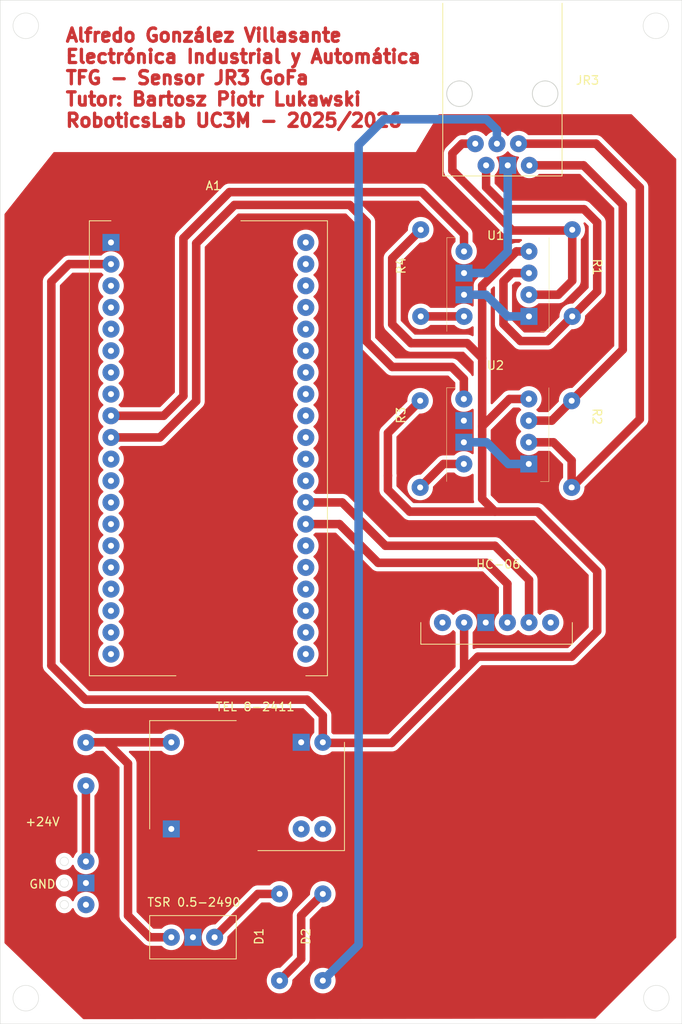
<source format=kicad_pcb>
(kicad_pcb (version 20241229) (generator "pcbnew") (generator_version "9.0")
  (layers (0 "F.Cu" signal) (2 "B.Cu" signal) (13 "F.Paste" user) (15 "B.Paste" user) (5 "F.SilkS" user "F.Silkscreen") (7 "B.SilkS" user "B.Silkscreen") (1 "F.Mask" user) (3 "B.Mask" user) (25 "Edge.Cuts" user))
  (net 0 "")
  (net 5 "unconnected-(A1-ADC_6-Pad28)")
  (net 11 "unconnected-(A1-ADC_5-Pad27)")
  (net 25 "unconnected-(A1-SD_DATA_1-Pad4)")
  (net 36 "GND")
  (net 37 "+5V")
  (net 38 "unconnected-(J1-Pad6)")
  (net 39 "unconnected-(J1-Pad1)")
  (net 40 "unconnected-(J1-Pad5)")
  (net 41 "unconnected-(J1-Pad2)")
  (net 42 "+8V")
  (net 43 "+24V")
  (net 44 "DATA")
  (net 45 "CLOCK")
  (net 46 "+9V")
  (net 47 "+8.4V")
  (net 48 "+7.8V")
  (footprint "" (layer "F.Cu") (at 152.8 85.22)
    (property "Reference" "" (at 0 0 0) (layer "F.SilkS") (effects (font (size 1.27 1.27))))
    (property "Value" "")
    (pad "33" thru_hole circle (at 0 0) (size 2 2) (drill 0.7) (layers "*.Cu" "*.Mask"))
  )
  (footprint "" (layer "F.Cu") (at 129.94 72.52)
    (property "Reference" "" (at 0 0 0) (layer "F.SilkS") (effects (font (size 1.27 1.27))))
    (property "Value" "")
    (pad "3" thru_hole circle (at 0 0) (size 2 2) (drill 0.7) (layers "*.Cu" "*.Mask"))
  )
  (footprint "" (layer "F.Cu") (at 152.8 90.3)
    (property "Reference" "" (at 0 0 0) (layer "F.SilkS") (effects (font (size 1.27 1.27))))
    (property "Value" "")
    (pad "31" thru_hole circle (at 0 0) (size 2 2) (drill 0.7) (layers "*.Cu" "*.Mask"))
  )
  (footprint "" (layer "F.Cu") (at 129.94 110.62)
    (property "Reference" "" (at 0 0 0) (layer "F.SilkS") (effects (font (size 1.27 1.27))))
    (property "Value" "")
    (pad "18" thru_hole circle (at 0 0) (size 2 2) (drill 0.7) (layers "*.Cu" "*.Mask"))
  )
  (footprint "" (layer "F.Cu") (at 129.94 103)
    (property "Reference" "" (at 0 0 0) (layer "F.SilkS") (effects (font (size 1.27 1.27))))
    (property "Value" "")
    (pad "15" thru_hole circle (at 0 0) (size 2 2) (drill 0.7) (layers "*.Cu" "*.Mask"))
  )
  (footprint "" (layer "F.Cu") (at 152.8 87.76)
    (property "Reference" "" (at 0 0 0) (layer "F.SilkS") (effects (font (size 1.27 1.27))))
    (property "Value" "")
    (pad "32" thru_hole circle (at 0 0) (size 2 2) (drill 0.7) (layers "*.Cu" "*.Mask"))
  )
  (footprint "" (layer "F.Cu") (at 181.54 112 90)
    (property "Reference" "" (at 0 0 90) (layer "F.SilkS") (effects (font (size 1.27 1.27))))
    (property "Value" "")
    (pad "6" thru_hole circle (at 0 0 90) (size 2 2) (drill 0.7) (layers "*.Cu" "*.Mask"))
  )
  (footprint "" (layer "F.Cu") (at 129.94 77.6)
    (property "Reference" "" (at 0 0 0) (layer "F.SilkS") (effects (font (size 1.27 1.27))))
    (property "Value" "")
    (pad "5" thru_hole circle (at 0 0) (size 2 2) (drill 0.7) (layers "*.Cu" "*.Mask"))
  )
  (footprint "" (layer "F.Cu") (at 178.97 90.87)
    (property "Reference" "" (at 0 0 0) (layer "F.SilkS") (effects (font (size 1.27 1.27))))
    (property "Value" "")
    (pad "6" thru_hole circle (at 0 0 90) (size 2 2) (drill 0.7) (layers "*.Cu" "*.Mask") (net 40 "unconnected-(J1-Pad5)"))
  )
  (footprint "" (layer "F.Cu") (at 171.35 90.87)
    (property "Reference" "" (at 0 0 0) (layer "F.SilkS") (effects (font (size 1.27 1.27))))
    (property "Value" "")
    (pad "3" thru_hole rect (at 0 0) (size 2 2) (drill 0.7) (layers "*.Cu" "*.Mask") (net 36 "GND"))
  )
  (footprint "" (layer "F.Cu") (at 152.8 97.92)
    (property "Reference" "" (at 0 0 0) (layer "F.SilkS") (effects (font (size 1.27 1.27))))
    (property "Value" "")
    (pad "28" thru_hole circle (at 0 0) (size 2 2) (drill 0.7) (layers "*.Cu" "*.Mask") (net 5 "unconnected-(A1-ADC_6-Pad28)"))
  )
  (footprint "" (layer "F.Cu") (at 171.38 112)
    (property "Reference" "" (at 0 0 0) (layer "F.SilkS") (effects (font (size 1.27 1.27))))
    (property "Value" "")
    (pad "2" thru_hole circle (at 0 0) (size 2 2) (drill 0.7) (layers "*.Cu" "*.Mask") (net 37 "+5V"))
  )
  (footprint "" (layer "F.Cu") (at 152.8 67.44)
    (property "Reference" "" (at 0 0 0) (layer "F.SilkS") (effects (font (size 1.27 1.27))))
    (property "Value" "")
    (pad "40" thru_hole circle (at 0 0) (size 2 2) (drill 0.7) (layers "*.Cu" "*.Mask"))
  )
  (footprint "" (layer "F.Cu") (at 178.97 93.41)
    (property "Reference" "" (at 0 0 0) (layer "F.SilkS") (effects (font (size 1.27 1.27))))
    (property "Value" "")
    (pad "5" thru_hole rect (at 0 0) (size 2 2) (drill 0.7) (layers "*.Cu" "*.Mask") (net 36 "GND"))
  )
  (footprint "" (layer "F.Cu") (at 129.94 87.76)
    (property "Reference" "" (at 0 0 0) (layer "F.SilkS") (effects (font (size 1.27 1.27))))
    (property "Value" "")
    (pad "9" thru_hole circle (at 0 0) (size 2 2) (drill 0.7) (layers "*.Cu" "*.Mask") (net 45 "CLOCK"))
  )
  (footprint "" (layer "F.Cu") (at 152.8 72.52)
    (property "Reference" "" (at 0 0 0) (layer "F.SilkS") (effects (font (size 1.27 1.27))))
    (property "Value" "")
    (pad "38" thru_hole circle (at 0 0) (size 2 2) (drill 0.7) (layers "*.Cu" "*.Mask"))
  )
  (footprint "" (layer "F.Cu") (at 176.46 112)
    (property "Reference" "" (at 0 0 0) (layer "F.SilkS") (effects (font (size 1.27 1.27))))
    (property "Value" "")
    (pad "4" thru_hole circle (at 0 0) (size 2 2) (drill 0.7) (layers "*.Cu" "*.Mask") (net 11 "unconnected-(A1-ADC_5-Pad27)"))
  )
  (footprint "" (layer "F.Cu") (at 173.96 58.4)
    (property "Reference" "" (at 0 0 0) (layer "F.SilkS") (effects (font (size 1.27 1.27))))
    (property "Value" "")
    (pad "2" thru_hole circle (at 0 0 90) (size 2 2) (drill 0.7) (layers "*.Cu" "*.Mask") (net 41 "unconnected-(J1-Pad2)"))
  )
  (footprint "" (layer "F.Cu") (at 152.8 100.46)
    (property "Reference" "" (at 0 0 0) (layer "F.SilkS") (effects (font (size 1.27 1.27))))
    (property "Value" "")
    (pad "27" thru_hole circle (at 0 0) (size 2 2) (drill 0.7) (layers "*.Cu" "*.Mask") (net 11 "unconnected-(A1-ADC_5-Pad27)"))
  )
  (footprint "" (layer "F.Cu") (at 178.99 73.57)
    (property "Reference" "" (at 0 0 0) (layer "F.SilkS") (effects (font (size 1.27 1.27))))
    (property "Value" "")
    (pad "6" thru_hole circle (at 0 0 90) (size 2 2) (drill 0.7) (layers "*.Cu" "*.Mask") (net 39 "unconnected-(J1-Pad1)"))
  )
  (footprint "" (layer "F.Cu") (at 129.94 113.16)
    (property "Reference" "" (at 0 0 0) (layer "F.SilkS") (effects (font (size 1.27 1.27))))
    (property "Value" "")
    (pad "19" thru_hole circle (at 0 0) (size 2 2) (drill 0.7) (layers "*.Cu" "*.Mask"))
  )
  (footprint "" (layer "F.Cu") (at 152.8 69.98)
    (property "Reference" "" (at 0 0 0) (layer "F.SilkS") (effects (font (size 1.27 1.27))))
    (property "Value" "")
    (pad "39" thru_hole circle (at 0 0) (size 2 2) (drill 0.7) (layers "*.Cu" "*.Mask") (net 37 "+5V"))
  )
  (footprint "" (layer "F.Cu") (at 152.26 126.04)
    (property "Reference" "" (at 0 0 0) (layer "F.SilkS") (effects (font (size 1.27 1.27))))
    (property "Value" "")
    (pad "10" thru_hole rect (at 0 0) (size 2 2) (drill 0.7) (layers "*.Cu" "*.Mask") (net 36 "GND"))
  )
  (footprint "" (layer "F.Cu") (at 177.77 55.86)
    (property "Reference" "" (at 0 0 0) (layer "F.SilkS") (effects (font (size 1.27 1.27))))
    (property "Value" "")
    (pad "5" thru_hole circle (at 0 0 90) (size 2 2) (drill 0.7) (layers "*.Cu" "*.Mask") (net 40 "unconnected-(J1-Pad5)"))
  )
  (footprint "" (layer "F.Cu") (at 178.97 88.33)
    (property "Reference" "" (at 0 0 0) (layer "F.SilkS") (effects (font (size 1.27 1.27))))
    (property "Value" "")
    (pad "7" thru_hole circle (at 0 0 90) (size 2 2) (drill 0.7) (layers "*.Cu" "*.Mask") (net 38 "unconnected-(J1-Pad6)"))
  )
  (footprint "" (layer "F.Cu") (at 129.94 90.3)
    (property "Reference" "" (at 0 0 0) (layer "F.SilkS") (effects (font (size 1.27 1.27))))
    (property "Value" "")
    (pad "10" thru_hole circle (at 0 0) (size 2 2) (drill 0.7) (layers "*.Cu" "*.Mask") (net 44 "DATA"))
  )
  (footprint "" (layer "F.Cu") (at 129.94 100.46)
    (property "Reference" "" (at 0 0 0) (layer "F.SilkS") (effects (font (size 1.27 1.27))))
    (property "Value" "")
    (pad "14" thru_hole circle (at 0 0) (size 2 2) (drill 0.7) (layers "*.Cu" "*.Mask"))
  )
  (footprint "" (layer "F.Cu") (at 178.97 85.79)
    (property "Reference" "" (at 0 0 0) (layer "F.SilkS") (effects (font (size 1.27 1.27))))
    (property "Value" "")
    (pad "8" thru_hole circle (at 0 0) (size 2 2) (drill 0.7) (layers "*.Cu" "*.Mask") (net 37 "+5V"))
  )
  (footprint "" (layer "F.Cu") (at 129.94 108.08)
    (property "Reference" "" (at 0 0 0) (layer "F.SilkS") (effects (font (size 1.27 1.27))))
    (property "Value" "")
    (pad "17" thru_hole circle (at 0 0) (size 2 2) (drill 0.7) (layers "*.Cu" "*.Mask"))
  )
  (footprint "" (layer "F.Cu") (at 173.92 112)
    (property "Reference" "" (at 0 0 0) (layer "F.SilkS") (effects (font (size 1.27 1.27))))
    (property "Value" "")
    (pad "3" thru_hole rect (at 0 0) (size 2 2) (drill 0.7) (layers "*.Cu" "*.Mask") (net 36 "GND"))
  )
  (footprint "" (layer "F.Cu") (at 184 96.16)
    (property "Reference" "" (at 0 0 0) (layer "F.SilkS") (effects (font (size 1.27 1.27))))
    (property "Value" "")
    (pad "2" thru_hole circle (at 0 0 90) (size 2 2) (drill 0.7) (layers "*.Cu" "*.Mask") (net 40 "unconnected-(J1-Pad5)"))
  )
  (footprint "" (layer "F.Cu") (at 142.1 148.9)
    (property "Reference" "" (at 0 0 0) (layer "F.SilkS") (effects (font (size 1.27 1.27))))
    (property "Value" "")
    (pad "3" thru_hole circle (at 0 0) (size 2 2) (drill 0.7) (layers "*.Cu" "*.Mask") (net 46 "+9V"))
  )
  (footprint "" (layer "F.Cu") (at 171.37 76.11)
    (property "Reference" "" (at 0 0 0) (layer "F.SilkS") (effects (font (size 1.27 1.27))))
    (property "Value" "")
    (pad "4" thru_hole circle (at 0 0) (size 2 2) (drill 0.7) (layers "*.Cu" "*.Mask") (net 25 "unconnected-(A1-SD_DATA_1-Pad4)"))
  )
  (footprint "" (layer "F.Cu") (at 129.94 115.7)
    (property "Reference" "" (at 0 0 0) (layer "F.SilkS") (effects (font (size 1.27 1.27))))
    (property "Value" "")
    (pad "20" thru_hole circle (at 0 0) (size 2 2) (drill 0.7) (layers "*.Cu" "*.Mask"))
  )
  (footprint "" (layer "F.Cu") (at 129.94 95.38)
    (property "Reference" "" (at 0 0 0) (layer "F.SilkS") (effects (font (size 1.27 1.27))))
    (property "Value" "")
    (pad "12" thru_hole circle (at 0 0) (size 2 2) (drill 0.7) (layers "*.Cu" "*.Mask"))
  )
  (footprint "" (layer "F.Cu") (at 152.8 92.84)
    (property "Reference" "" (at 0 0 0) (layer "F.SilkS") (effects (font (size 1.27 1.27))))
    (property "Value" "")
    (pad "30" thru_hole circle (at 0 0) (size 2 2) (drill 0.7) (layers "*.Cu" "*.Mask"))
  )
  (footprint "" (layer "F.Cu") (at 154.8 153.98)
    (property "Reference" "" (at 0 0 0) (layer "F.SilkS") (effects (font (size 1.27 1.27))))
    (property "Value" "")
    (pad "2" thru_hole circle (at 0 0) (size 2 2) (drill 0.7) (layers "*.Cu" "*.Mask") (net 48 "+7.8V"))
  )
  (footprint "" (layer "F.Cu") (at 152.8 80.14)
    (property "Reference" "" (at 0 0 0) (layer "F.SilkS") (effects (font (size 1.27 1.27))))
    (property "Value" "")
    (pad "35" thru_hole circle (at 0 0) (size 2 2) (drill 0.7) (layers "*.Cu" "*.Mask"))
  )
  (footprint "" (layer "F.Cu") (at 152.8 103)
    (property "Reference" "" (at 0 0 0) (layer "F.SilkS") (effects (font (size 1.27 1.27))))
    (property "Value" "")
    (pad "26" thru_hole circle (at 0 0) (size 2 2) (drill 0.7) (layers "*.Cu" "*.Mask"))
  )
  (footprint "" (layer "F.Cu") (at 152.8 105.54)
    (property "Reference" "" (at 0 0 0) (layer "F.SilkS") (effects (font (size 1.27 1.27))))
    (property "Value" "")
    (pad "25" thru_hole circle (at 0 0) (size 2 2) (drill 0.7) (layers "*.Cu" "*.Mask"))
  )
  (footprint "" (layer "F.Cu") (at 166.29 76.11)
    (property "Reference" "" (at 0 0 0) (layer "F.SilkS") (effects (font (size 1.27 1.27))))
    (property "Value" "")
    (pad "1" thru_hole circle (at 0 0) (size 2 2) (drill 0.7) (layers "*.Cu" "*.Mask") (net 25 "unconnected-(A1-SD_DATA_1-Pad4)"))
  )
  (footprint "" (layer "F.Cu") (at 129.94 92.84)
    (property "Reference" "" (at 0 0 0) (layer "F.SilkS") (effects (font (size 1.27 1.27))))
    (property "Value" "")
    (pad "11" thru_hole circle (at 0 0) (size 2 2) (drill 0.7) (layers "*.Cu" "*.Mask"))
  )
  (footprint "" (layer "F.Cu") (at 127 131.15)
    (property "Reference" "" (at 0 0 0) (layer "F.SilkS") (effects (font (size 1.27 1.27))))
    (property "Value" "")
    (pad "2" thru_hole circle (at 0 0) (size 2 2) (drill 0.7) (layers "*.Cu" "*.Mask") (net 43 "+24V"))
  )
  (footprint "" (layer "F.Cu") (at 178.99 71.03)
    (property "Reference" "" (at 0 0 0) (layer "F.SilkS") (effects (font (size 1.27 1.27))))
    (property "Value" "")
    (pad "7" thru_hole circle (at 0 0 90) (size 2 2) (drill 0.7) (layers "*.Cu" "*.Mask") (net 41 "unconnected-(J1-Pad2)"))
  )
  (footprint "" (layer "F.Cu") (at 171.35 85.79)
    (property "Reference" "" (at 0 0 0) (layer "F.SilkS") (effects (font (size 1.27 1.27))))
    (property "Value" "")
    (pad "1" thru_hole circle (at 0 0) (size 2 2) (drill 0.7) (layers "*.Cu" "*.Mask") (net 44 "DATA"))
  )
  (footprint "" (layer "F.Cu") (at 176.5 58.4)
    (property "Reference" "" (at 0 0 0) (layer "F.SilkS") (effects (font (size 1.27 1.27))))
    (property "Value" "")
    (pad "4" thru_hole rect (at 0 0 90) (size 2 2) (drill 0.7) (layers "*.Cu" "*.Mask") (net 36 "GND"))
  )
  (footprint "" (layer "F.Cu") (at 171.37 71.03)
    (property "Reference" "" (at 0 0 0) (layer "F.SilkS") (effects (font (size 1.27 1.27))))
    (property "Value" "")
    (pad "2" thru_hole rect (at 0 0) (size 2 2) (drill 0.7) (layers "*.Cu" "*.Mask") (net 36 "GND"))
  )
  (footprint "" (layer "F.Cu") (at 129.94 69.98)
    (property "Reference" "" (at 0 0 0) (layer "F.SilkS") (effects (font (size 1.27 1.27))))
    (property "Value" "")
    (pad "2" thru_hole circle (at 0 0) (size 2 2) (drill 0.7) (layers "*.Cu" "*.Mask") (net 37 "+5V"))
  )
  (footprint "" (layer "F.Cu") (at 152.8 95.38)
    (property "Reference" "" (at 0 0 0) (layer "F.SilkS") (effects (font (size 1.27 1.27))))
    (property "Value" "")
    (pad "29" thru_hole circle (at 0 0) (size 2 2) (drill 0.7) (layers "*.Cu" "*.Mask"))
  )
  (footprint "" (layer "F.Cu") (at 129.94 80.14)
    (property "Reference" "" (at 0 0 0) (layer "F.SilkS") (effects (font (size 1.27 1.27))))
    (property "Value" "")
    (pad "6" thru_hole circle (at 0 0) (size 2 2) (drill 0.7) (layers "*.Cu" "*.Mask"))
  )
  (footprint "" (layer "F.Cu") (at 184 86)
    (property "Reference" "" (at 0 0 0) (layer "F.SilkS") (effects (font (size 1.27 1.27))))
    (property "Value" "")
    (pad "1" thru_hole circle (at 0 0 270) (size 2 2) (drill 0.7) (layers "*.Cu" "*.Mask") (net 38 "unconnected-(J1-Pad6)"))
  )
  (footprint "" (layer "F.Cu") (at 137.02 148.9)
    (property "Reference" "" (at 0 0 0) (layer "F.SilkS") (effects (font (size 1.27 1.27))))
    (property "Value" "")
    (pad "1" thru_hole circle (at 0 0) (size 2 2) (drill 0.7) (layers "*.Cu" "*.Mask") (net 43 "+24V"))
  )
  (footprint "" (layer "F.Cu") (at 149.72 153.98)
    (property "Reference" "" (at 0 0 0) (layer "F.SilkS") (effects (font (size 1.27 1.27))))
    (property "Value" "")
    (pad "2" thru_hole circle (at 0 0) (size 2 2) (drill 0.7) (layers "*.Cu" "*.Mask") (net 47 "+8.4V"))
  )
  (footprint "" (layer "F.Cu") (at 127 142.54)
    (property "Reference" "" (at 0 0 0) (layer "F.SilkS") (effects (font (size 1.27 1.27))))
    (property "Value" "")
    (pad "2" thru_hole rect (at 0 0) (size 2 2) (drill 0.7) (layers "*.Cu" "*.Mask") (net 36 "GND"))
  )
  (footprint "" (layer "F.Cu") (at 166.29 65.95)
    (property "Reference" "" (at 0 0 0) (layer "F.SilkS") (effects (font (size 1.27 1.27))))
    (property "Value" "")
    (pad "2" thru_hole circle (at 0 0) (size 2 2) (drill 0.7) (layers "*.Cu" "*.Mask") (net 37 "+5V"))
  )
  (footprint "" (layer "F.Cu") (at 152.8 77.6)
    (property "Reference" "" (at 0 0 0) (layer "F.SilkS") (effects (font (size 1.27 1.27))))
    (property "Value" "")
    (pad "36" thru_hole circle (at 0 0) (size 2 2) (drill 0.7) (layers "*.Cu" "*.Mask"))
  )
  (footprint "" (layer "F.Cu") (at 152.8 82.68)
    (property "Reference" "" (at 0 0 0) (layer "F.SilkS") (effects (font (size 1.27 1.27))))
    (property "Value" "")
    (pad "34" thru_hole circle (at 0 0) (size 2 2) (drill 0.7) (layers "*.Cu" "*.Mask"))
  )
  (footprint "" (layer "F.Cu") (at 152.8 75.06)
    (property "Reference" "" (at 0 0 0) (layer "F.SilkS") (effects (font (size 1.27 1.27))))
    (property "Value" "")
    (pad "37" thru_hole circle (at 0 0) (size 2 2) (drill 0.7) (layers "*.Cu" "*.Mask"))
  )
  (footprint "" (layer "F.Cu") (at 175.23 55.86)
    (property "Reference" "" (at 0 0 0) (layer "F.SilkS") (effects (font (size 1.27 1.27))))
    (property "Value" "")
    (pad "3" thru_hole circle (at 0 0 90) (size 2 2) (drill 0.7) (layers "*.Cu" "*.Mask") (net 48 "+7.8V"))
  )
  (footprint "" (layer "F.Cu") (at 171.37 73.57)
    (property "Reference" "" (at 0 0 0) (layer "F.SilkS") (effects (font (size 1.27 1.27))))
    (property "Value" "")
    (pad "3" thru_hole rect (at 0 0) (size 2 2) (drill 0.7) (layers "*.Cu" "*.Mask") (net 36 "GND"))
  )
  (footprint "" (layer "F.Cu") (at 129.94 67.44)
    (property "Reference" "" (at 0 0 0) (layer "F.SilkS") (effects (font (size 1.27 1.27))))
    (property "Value" "")
    (pad "1" thru_hole rect (at 0 0) (size 2 2) (drill 0.7) (layers "*.Cu" "*.Mask") (net 36 "GND"))
  )
  (footprint "" (layer "F.Cu") (at 184.07 76.11)
    (property "Reference" "" (at 0 0 0) (layer "F.SilkS") (effects (font (size 1.27 1.27))))
    (property "Value" "")
    (pad "2" thru_hole circle (at 0 0 90) (size 2 2) (drill 0.7) (layers "*.Cu" "*.Mask") (net 41 "unconnected-(J1-Pad2)"))
  )
  (footprint "" (layer "F.Cu") (at 179.04 58.4)
    (property "Reference" "" (at 0 0 0) (layer "F.SilkS") (effects (font (size 1.27 1.27))))
    (property "Value" "")
    (pad "6" thru_hole circle (at 0 0 90) (size 2 2) (drill 0.7) (layers "*.Cu" "*.Mask") (net 38 "unconnected-(J1-Pad6)"))
  )
  (footprint "" (layer "F.Cu") (at 171.35 88.33)
    (property "Reference" "" (at 0 0 0) (layer "F.SilkS") (effects (font (size 1.27 1.27))))
    (property "Value" "")
    (pad "2" thru_hole rect (at 0 0) (size 2 2) (drill 0.7) (layers "*.Cu" "*.Mask") (net 36 "GND"))
  )
  (footprint "" (layer "F.Cu") (at 168.84 112)
    (property "Reference" "" (at 0 0 0) (layer "F.SilkS") (effects (font (size 1.27 1.27))))
    (property "Value" "")
    (pad "1" thru_hole circle (at 0 0) (size 2 2) (drill 0.7) (layers "*.Cu" "*.Mask"))
  )
  (footprint "" (layer "F.Cu") (at 152.8 115.7)
    (property "Reference" "" (at 0 0 0) (layer "F.SilkS") (effects (font (size 1.27 1.27))))
    (property "Value" "")
    (pad "21" thru_hole circle (at 0 0) (size 2 2) (drill 0.7) (layers "*.Cu" "*.Mask") (net 42 "+8V"))
  )
  (footprint "" (layer "F.Cu") (at 152.8 113.16)
    (property "Reference" "" (at 0 0 0) (layer "F.SilkS") (effects (font (size 1.27 1.27))))
    (property "Value" "")
    (pad "22" thru_hole circle (at 0 0) (size 2 2) (drill 0.7) (layers "*.Cu" "*.Mask"))
  )
  (footprint "" (layer "F.Cu") (at 179 112)
    (property "Reference" "" (at 0 0 0) (layer "F.SilkS") (effects (font (size 1.27 1.27))))
    (property "Value" "")
    (pad "5" thru_hole circle (at 0 0) (size 2 2) (drill 0.7) (layers "*.Cu" "*.Mask") (net 5 "unconnected-(A1-ADC_6-Pad28)"))
  )
  (footprint "" (layer "F.Cu") (at 137.02 136.2)
    (property "Reference" "" (at 0 0 0) (layer "F.SilkS") (effects (font (size 1.27 1.27))))
    (property "Value" "")
    (pad "1" thru_hole rect (at 0 0) (size 2 2) (drill 0.7) (layers "*.Cu" "*.Mask") (net 36 "GND"))
  )
  (footprint "" (layer "F.Cu") (at 171.35 93.41)
    (property "Reference" "" (at 0 0 0) (layer "F.SilkS") (effects (font (size 1.27 1.27))))
    (property "Value" "")
    (pad "4" thru_hole circle (at 0 0) (size 2 2) (drill 0.7) (layers "*.Cu" "*.Mask") (net 25 "unconnected-(A1-SD_DATA_1-Pad4)"))
  )
  (footprint "" (layer "F.Cu") (at 129.94 82.68)
    (property "Reference" "" (at 0 0 0) (layer "F.SilkS") (effects (font (size 1.27 1.27))))
    (property "Value" "")
    (pad "7" thru_hole circle (at 0 0) (size 2 2) (drill 0.7) (layers "*.Cu" "*.Mask"))
  )
  (footprint "" (layer "F.Cu") (at 127 145.08)
    (property "Reference" "" (at 0 0 0) (layer "F.SilkS") (effects (font (size 1.27 1.27))))
    (property "Value" "")
    (pad "3" thru_hole circle (at 0 0) (size 2 2) (drill 0.7) (layers "*.Cu" "*.Mask"))
  )
  (footprint "" (layer "F.Cu") (at 129.94 85.22)
    (property "Reference" "" (at 0 0 0) (layer "F.SilkS") (effects (font (size 1.27 1.27))))
    (property "Value" "")
    (pad "8" thru_hole circle (at 0 0) (size 2 2) (drill 0.7) (layers "*.Cu" "*.Mask"))
  )
  (footprint "" (layer "F.Cu") (at 154.8 126.04)
    (property "Reference" "" (at 0 0 0) (layer "F.SilkS") (effects (font (size 1.27 1.27))))
    (property "Value" "")
    (pad "9" thru_hole circle (at 0 0) (size 2 2) (drill 0.7) (layers "*.Cu" "*.Mask") (net 37 "+5V"))
  )
  (footprint "" (layer "F.Cu") (at 154.8 143.82)
    (property "Reference" "" (at 0 0 0) (layer "F.SilkS") (effects (font (size 1.27 1.27))))
    (property "Value" "")
    (pad "1" thru_hole circle (at 0 0) (size 2 2) (drill 0.7) (layers "*.Cu" "*.Mask") (net 47 "+8.4V"))
  )
  (footprint "" (layer "F.Cu") (at 171.37 68.49)
    (property "Reference" "" (at 0 0 0) (layer "F.SilkS") (effects (font (size 1.27 1.27))))
    (property "Value" "")
    (pad "1" thru_hole circle (at 0 0) (size 2 2) (drill 0.7) (layers "*.Cu" "*.Mask") (net 45 "CLOCK"))
  )
  (footprint "" (layer "F.Cu") (at 166.22 96.16)
    (property "Reference" "" (at 0 0 0) (layer "F.SilkS") (effects (font (size 1.27 1.27))))
    (property "Value" "")
    (pad "1" thru_hole circle (at 0 0) (size 2 2) (drill 0.7) (layers "*.Cu" "*.Mask") (net 25 "unconnected-(A1-SD_DATA_1-Pad4)"))
  )
  (footprint "" (layer "F.Cu") (at 127 126.07)
    (property "Reference" "" (at 0 0 0) (layer "F.SilkS") (effects (font (size 1.27 1.27))))
    (property "Value" "")
    (pad "1" thru_hole circle (at 0 0) (size 2 2) (drill 0.7) (layers "*.Cu" "*.Mask") (net 43 "+24V"))
  )
  (footprint "" (layer "F.Cu") (at 137.02 126.04)
    (property "Reference" "" (at 0 0 0) (layer "F.SilkS") (effects (font (size 1.27 1.27))))
    (property "Value" "")
    (pad "16" thru_hole circle (at 0 0) (size 2 2) (drill 0.7) (layers "*.Cu" "*.Mask") (net 43 "+24V"))
  )
  (footprint "" (layer "F.Cu") (at 178.99 76.11)
    (property "Reference" "" (at 0 0 0) (layer "F.SilkS") (effects (font (size 1.27 1.27))))
    (property "Value" "")
    (pad "5" thru_hole rect (at 0 0) (size 2 2) (drill 0.7) (layers "*.Cu" "*.Mask") (net 36 "GND"))
  )
  (footprint "" (layer "F.Cu") (at 139.56 148.9)
    (property "Reference" "" (at 0 0 0) (layer "F.SilkS") (effects (font (size 1.27 1.27))))
    (property "Value" "")
    (pad "2" thru_hole rect (at 0 0) (size 2 2) (drill 0.7) (layers "*.Cu" "*.Mask") (net 36 "GND"))
  )
  (footprint "" (layer "F.Cu") (at 172.69 55.86)
    (property "Reference" "" (at 0 0 0) (layer "F.SilkS") (effects (font (size 1.27 1.27))))
    (property "Value" "")
    (pad "1" thru_hole circle (at 0 0 90) (size 2 2) (drill 0.7) (layers "*.Cu" "*.Mask") (net 39 "unconnected-(J1-Pad1)"))
  )
  (footprint "" (layer "F.Cu") (at 127 140)
    (property "Reference" "" (at 0 0 0) (layer "F.SilkS") (effects (font (size 1.27 1.27))))
    (property "Value" "")
    (pad "1" thru_hole circle (at 0 0) (size 2 2) (drill 0.7) (layers "*.Cu" "*.Mask") (net 43 "+24V"))
  )
  (footprint "" (layer "F.Cu") (at 129.94 97.92)
    (property "Reference" "" (at 0 0 0) (layer "F.SilkS") (effects (font (size 1.27 1.27))))
    (property "Value" "")
    (pad "13" thru_hole circle (at 0 0) (size 2 2) (drill 0.7) (layers "*.Cu" "*.Mask"))
  )
  (footprint "" (layer "F.Cu") (at 152.26 136.2)
    (property "Reference" "" (at 0 0 0) (layer "F.SilkS") (effects (font (size 1.27 1.27))))
    (property "Value" "")
    (pad "7" thru_hole circle (at 0 0) (size 2 2) (drill 0.7) (layers "*.Cu" "*.Mask"))
  )
  (footprint "" (layer "F.Cu") (at 149.72 143.82)
    (property "Reference" "" (at 0 0 0) (layer "F.SilkS") (effects (font (size 1.27 1.27))))
    (property "Value" "")
    (pad "1" thru_hole circle (at 0 0) (size 2 2) (drill 0.7) (layers "*.Cu" "*.Mask") (net 46 "+9V"))
  )
  (footprint "" (layer "F.Cu") (at 184.07 65.95)
    (property "Reference" "" (at 0 0 0) (layer "F.SilkS") (effects (font (size 1.27 1.27))))
    (property "Value" "")
    (pad "1" thru_hole circle (at 0 0 90) (size 2 2) (drill 0.7) (layers "*.Cu" "*.Mask") (net 39 "unconnected-(J1-Pad1)"))
  )
  (footprint "" (layer "F.Cu") (at 152.8 110.62)
    (property "Reference" "" (at 0 0 0) (layer "F.SilkS") (effects (font (size 1.27 1.27))))
    (property "Value" "")
    (pad "23" thru_hole circle (at 0 0) (size 2 2) (drill 0.7) (layers "*.Cu" "*.Mask"))
  )
  (footprint "" (layer "F.Cu") (at 178.99 68.49)
    (property "Reference" "" (at 0 0 0) (layer "F.SilkS") (effects (font (size 1.27 1.27))))
    (property "Value" "")
    (pad "8" thru_hole circle (at 0 0) (size 2 2) (drill 0.7) (layers "*.Cu" "*.Mask") (net 37 "+5V"))
  )
  (footprint "" (layer "F.Cu") (at 166.22 86)
    (property "Reference" "" (at 0 0 0) (layer "F.SilkS") (effects (font (size 1.27 1.27))))
    (property "Value" "")
    (pad "2" thru_hole circle (at 0 0) (size 2 2) (drill 0.7) (layers "*.Cu" "*.Mask") (net 37 "+5V"))
  )
  (footprint "" (layer "F.Cu") (at 152.8 108.08)
    (property "Reference" "" (at 0 0 0) (layer "F.SilkS") (effects (font (size 1.27 1.27))))
    (property "Value" "")
    (pad "24" thru_hole circle (at 0 0) (size 2 2) (drill 0.7) (layers "*.Cu" "*.Mask"))
  )
  (footprint "" (layer "F.Cu") (at 154.8 136.2)
    (property "Reference" "" (at 0 0 0) (layer "F.SilkS") (effects (font (size 1.27 1.27))))
    (property "Value" "")
    (pad "8" thru_hole circle (at 0 0) (size 2 2) (drill 0.7) (layers "*.Cu" "*.Mask"))
  )
  (footprint "" (layer "F.Cu") (at 129.94 105.54)
    (property "Reference" "" (at 0 0 0) (layer "F.SilkS") (effects (font (size 1.27 1.27))))
    (property "Value" "")
    (pad "16" thru_hole circle (at 0 0) (size 2 2) (drill 0.7) (layers "*.Cu" "*.Mask"))
  )
  (footprint "" (layer "F.Cu") (at 129.94 75.06)
    (property "Reference" "" (at 0 0 0) (layer "F.SilkS") (effects (font (size 1.27 1.27))))
    (property "Value" "")
    (pad "4" thru_hole circle (at 0 0) (size 2 2) (drill 0.7) (layers "*.Cu" "*.Mask") (net 25 "unconnected-(A1-SD_DATA_1-Pad4)"))
  )
  (gr_line (start 155.34 64.9) (end 155.34 118.24) (stroke (width 0.1)) (layer "F.SilkS"))
  (gr_line (start 181.33 84.47) (end 181.33 95.47) (stroke (width 0.05)) (layer "F.SilkS"))
  (gr_line (start 134.48 146.36) (end 134.48 151.44) (stroke (width 0.1)) (layer "F.SilkS"))
  (gr_line (start 144.64 123.5) (end 134.48 123.5) (stroke (width 0.1)) (layer "F.SilkS"))
  (gr_line (start 127.4 118.24) (end 127.4 64.9) (stroke (width 0.1)) (layer "F.SilkS"))
  (gr_line (start 144.64 151.44) (end 144.64 146.36) (stroke (width 0.1)) (layer "F.SilkS"))
  (gr_line (start 157.34 138.74) (end 157.34 126.04) (stroke (width 0.1)) (layer "F.SilkS"))
  (gr_line (start 147.18 138.74) (end 157.34 138.74) (stroke (width 0.1)) (layer "F.SilkS"))
  (gr_line (start 169.33 84.47) (end 169.33 95.47) (stroke (width 0.05)) (layer "F.SilkS"))
  (gr_line (start 168.875 47.645) (end 168.875 39.395) (stroke (width 0.1)) (layer "F.SilkS"))
  (gr_line (start 155.34 118.24) (end 152.8 118.24) (stroke (width 0.1)) (layer "F.SilkS"))
  (gr_line (start 168.875 48.645) (end 168.875 47.645) (stroke (width 0.1)) (layer "F.SilkS"))
  (gr_line (start 170.35 66.87) (end 169.35 66.87) (stroke (width 0.05)) (layer "F.SilkS"))
  (gr_line (start 137.56 118.24) (end 127.4 118.24) (stroke (width 0.1)) (layer "F.SilkS"))
  (gr_line (start 166.3 112) (end 166.3 114.54) (stroke (width 0.1)) (layer "F.SilkS"))
  (gr_line (start 169.35 66.87) (end 169.35 77.87) (stroke (width 0.05)) (layer "F.SilkS"))
  (gr_line (start 181.33 95.47) (end 180.33 95.47) (stroke (width 0.05)) (layer "F.SilkS"))
  (gr_line (start 181.35 66.87) (end 181.35 77.87) (stroke (width 0.05)) (layer "F.SilkS"))
  (gr_line (start 182.875 59.645) (end 182.875 49.145) (stroke (width 0.1)) (layer "F.SilkS"))
  (gr_line (start 181.35 77.87) (end 180.35 77.87) (stroke (width 0.05)) (layer "F.SilkS"))
  (gr_line (start 182.875 49.145) (end 182.875 47.645) (stroke (width 0.1)) (layer "F.SilkS"))
  (gr_line (start 166.3 114.54) (end 184.08 114.54) (stroke (width 0.1)) (layer "F.SilkS"))
  (gr_line (start 134.48 123.5) (end 134.48 136.2) (stroke (width 0.1)) (layer "F.SilkS"))
  (gr_line (start 168.875 59.645) (end 182.875 59.645) (stroke (width 0.1)) (layer "F.SilkS"))
  (gr_line (start 182.875 47.645) (end 182.875 39.395) (stroke (width 0.1)) (layer "F.SilkS"))
  (gr_line (start 144.64 146.36) (end 134.48 146.36) (stroke (width 0.1)) (layer "F.SilkS"))
  (gr_line (start 170.33 84.47) (end 169.33 84.47) (stroke (width 0.05)) (layer "F.SilkS"))
  (gr_line (start 145.18 64.9) (end 155.34 64.9) (stroke (width 0.1)) (layer "F.SilkS"))
  (gr_line (start 134.48 151.44) (end 144.64 151.44) (stroke (width 0.1)) (layer "F.SilkS"))
  (gr_line (start 184.08 114.54) (end 184.08 112) (stroke (width 0.1)) (layer "F.SilkS"))
  (gr_line (start 168.875 59.645) (end 168.875 48.645) (stroke (width 0.1)) (layer "F.SilkS"))
  (gr_line (start 127.4 64.9) (end 129.94 64.9) (stroke (width 0.1)) (layer "F.SilkS"))
  (gr_circle (center 180.89 50) (end 182.39 50) (stroke (width 0.1)) (fill no) (layer "Edge.Cuts"))
  (gr_line (start 196.94 39.04) (end 196.94 159.04) (stroke (width 0.05)) (layer "Edge.Cuts"))
  (gr_circle (center 119.94 156.04) (end 121.44 156.04) (stroke (width 0.05)) (fill no) (layer "Edge.Cuts"))
  (gr_circle (center 124.46 142.54) (end 124.96 142.54) (stroke (width 0.05)) (fill no) (layer "Edge.Cuts"))
  (gr_circle (center 124.46 145.08) (end 124.96 145.08) (stroke (width 0.05)) (fill no) (layer "Edge.Cuts"))
  (gr_line (start 196.94 159.04) (end 116.94 159.04) (stroke (width 0.05)) (layer "Edge.Cuts"))
  (gr_line (start 116.94 159.04) (end 116.94 39.04) (stroke (width 0.05)) (layer "Edge.Cuts"))
  (gr_line (start 116.94 39.04) (end 196.94 39.04) (stroke (width 0.05)) (layer "Edge.Cuts"))
  (gr_circle (center 193.94 156.04) (end 195.44 156.04) (stroke (width 0.05)) (fill no) (layer "Edge.Cuts"))
  (gr_circle (center 124.46 140) (end 124.96 140) (stroke (width 0.05)) (fill no) (layer "Edge.Cuts"))
  (gr_circle (center 193.888487 42.04) (end 195.388487 42.04) (stroke (width 0.05)) (fill no) (layer "Edge.Cuts"))
  (gr_circle (center 170.84 50) (end 172.34 50) (stroke (width 0.1)) (fill no) (layer "Edge.Cuts"))
  (gr_circle (center 119.94 42.04) (end 121.44 42.04) (stroke (width 0.05)) (fill no) (layer "Edge.Cuts"))
  (gr_text "Alfredo González Villasante\nElectrónica Industrial y Automática\nTFG - Sensor JR3 GoFa\nTutor: Bartosz Piotr Lukawski\nRoboticsLab UC3M - 2025/2026\n" (at 124.44 54.04 0) (layer "F.Cu") (effects (font (size 1.55 1.55) (thickness 0.3875) (bold yes)) (justify left bottom)))
  (gr_text "TSR 0.5-2490" (at 134.12 145.38 0) (layer "F.SilkS") (effects (font (size 1 1)) (justify left bottom)))
  (gr_text "D2\n" (at 153.4 149.88 90) (layer "F.SilkS") (effects (font (size 1 1)) (justify left bottom)))
  (gr_text "GND\n" (at 120.27 143.26 0) (layer "F.SilkS") (effects (font (size 1 1)) (justify left bottom)))
  (gr_text "U2\n" (at 173.96 82.44 0) (layer "F.SilkS") (effects (font (size 1 1)) (justify left bottom)))
  (gr_text "U1\n" (at 173.98 67.21 0) (layer "F.SilkS") (effects (font (size 1 1)) (justify left bottom)))
  (gr_text "R4\n\n" (at 166.19 71.25 90) (layer "F.SilkS") (effects (font (size 1 1)) (justify left bottom)))
  (gr_text "R3\n\n" (at 166.17 88.77 90) (layer "F.SilkS") (effects (font (size 1 1)) (justify left bottom)))
  (gr_text "R1\n\n\n" (at 183.19 69.25 270) (layer "F.SilkS") (effects (font (size 1 1)) (justify left bottom)))
  (gr_text "JR3\n" (at 184.41 49.02 0) (layer "F.SilkS") (effects (font (size 1 1)) (justify left bottom)))
  (gr_text "R2\n\n\n" (at 183.17 86.77 270) (layer "F.SilkS") (effects (font (size 1 1)) (justify left bottom)))
  (gr_text "TEL 8-2411" (at 142.15 122.47 0) (layer "F.SilkS") (effects (font (size 1 1)) (justify left bottom)))
  (gr_text "A1\n" (at 140.96 61.38 0) (layer "F.SilkS") (effects (font (size 1 1)) (justify left bottom)))
  (gr_text "HC-06\n\n" (at 172.7 107.37 0) (layer "F.SilkS") (effects (font (size 1 1)) (justify left bottom)))
  (gr_text "D1\n" (at 147.9 149.88 90) (layer "F.SilkS") (effects (font (size 1 1)) (justify left bottom)))
  (gr_text "+24V" (at 119.81 135.95 0) (layer "F.SilkS") (effects (font (size 1 1)) (justify left bottom)))
  (segment (start 179 112) (end 179 107) (width 1) (layer "F.Cu") (net 5))
  (segment (start 162.15 103) (end 157.07 97.92) (width 1) (layer "F.Cu") (net 5))
  (segment (start 179 107) (end 175 103) (width 1) (layer "F.Cu") (net 5))
  (segment (start 175 103) (end 162.15 103) (width 1) (layer "F.Cu") (net 5))
  (segment (start 157.07 97.92) (end 152.8 97.92) (width 1) (layer "F.Cu") (net 5))
  (segment (start 156.7475 100.46) (end 161.2875 105) (width 1) (layer "F.Cu") (net 11))
  (segment (start 174 105) (end 176.46 107.46) (width 1) (layer "F.Cu") (net 11))
  (segment (start 161.2875 105) (end 174 105) (width 1) (layer "F.Cu") (net 11))
  (segment (start 152.8 100.46) (end 156.7475 100.46) (width 1) (layer "F.Cu") (net 11))
  (segment (start 176.46 107.46) (end 176.46 112) (width 1) (layer "F.Cu") (net 11))
  (segment (start 171.35 93.41) (end 168.97 93.41) (width 1) (layer "F.Cu") (net 25))
  (segment (start 171.37 76.11) (end 166.29 76.11) (width 1) (layer "F.Cu") (net 25))
  (segment (start 166.22 96.16) (end 168.97 93.41) (width 1) (layer "F.Cu") (net 25))
  (segment (start 178.97 93.41) (end 176.57 93.41) (width 1) (layer "B.Cu") (net 36))
  (segment (start 176.5 68.5) (end 176.5 58.4) (width 1) (layer "B.Cu") (net 36))
  (segment (start 173.945 73.57) (end 176.485 76.11) (width 1) (layer "B.Cu") (net 36))
  (segment (start 174.03 90.87) (end 171.35 90.87) (width 1) (layer "B.Cu") (net 36))
  (segment (start 176.57 93.41) (end 174.03 90.87) (width 1) (layer "B.Cu") (net 36))
  (segment (start 171.37 73.57) (end 173.945 73.57) (width 1) (layer "B.Cu") (net 36))
  (segment (start 173.97 71.03) (end 176.5 68.5) (width 1) (layer "B.Cu") (net 36))
  (segment (start 176.485 76.11) (end 178.99 76.11) (width 1) (layer "B.Cu") (net 36))
  (segment (start 171.37 71.03) (end 173.97 71.03) (width 1) (layer "B.Cu") (net 36))
  (segment (start 171.38 117.62) (end 173 116) (width 1) (layer "F.Cu") (net 37))
  (segment (start 154.87 126.11) (end 162.89 126.11) (width 1) (layer "F.Cu") (net 37))
  (segment (start 175 99) (end 165 99) (width 1) (layer "F.Cu") (net 37))
  (segment (start 165.15 79.25) (end 171.75 79.25) (width 1) (layer "F.Cu") (net 37))
  (segment (start 176.71 85.79) (end 173.5 89) (width 1) (layer "F.Cu") (net 37))
  (segment (start 171.75 79.25) (end 173.5 81) (width 1) (layer "F.Cu") (net 37))
  (segment (start 152.94 121.04) (end 126.94 121.04) (width 1) (layer "F.Cu") (net 37))
  (segment (start 173.5 81) (end 173.5 72.5) (width 1) (layer "F.Cu") (net 37))
  (segment (start 165 99) (end 162.44 96.44) (width 1) (layer "F.Cu") (net 37))
  (segment (start 173.5 97.5) (end 175 99) (width 1) (layer "F.Cu") (net 37))
  (segment (start 154.8 122.9) (end 152.94 121.04) (width 1) (layer "F.Cu") (net 37))
  (segment (start 173.5 89) (end 173.5 81) (width 1) (layer "F.Cu") (net 37))
  (segment (start 187 113) (end 187 106) (width 1) (layer "F.Cu") (net 37))
  (segment (start 165.15 79.25) (end 162.94 77.04) (width 1) (layer "F.Cu") (net 37))
  (segment (start 178.97 85.79) (end 176.71 85.79) (width 1) (layer "F.Cu") (net 37))
  (segment (start 154.8 126.04) (end 154.8 122.9) (width 1) (layer "F.Cu") (net 37))
  (segment (start 162.46 94.77) (end 162.44 94.79) (width 1) (layer "F.Cu") (net 37))
  (segment (start 180 99) (end 175 99) (width 1) (layer "F.Cu") (net 37))
  (segment (start 162.89 126.11) (end 171.38 117.62) (width 1) (layer "F.Cu") (net 37))
  (segment (start 173.5 90) (end 173.5 89) (width 1) (layer "F.Cu") (net 37))
  (segment (start 177.51 68.49) (end 178.99 68.49) (width 1) (layer "F.Cu") (net 37))
  (segment (start 171.38 117.62) (end 171.38 112) (width 1) (layer "F.Cu") (net 37))
  (segment (start 173.5 72.5) (end 177.51 68.49) (width 1) (layer "F.Cu") (net 37))
  (segment (start 125 69.98) (end 129.94 69.98) (width 1) (layer "F.Cu") (net 37))
  (segment (start 187 106) (end 180 99) (width 1) (layer "F.Cu") (net 37))
  (segment (start 122.94 117.04) (end 122.94 72.04) (width 1) (layer "F.Cu") (net 37))
  (segment (start 154.8 126.04) (end 154.87 126.11) (width 1) (layer "F.Cu") (net 37))
  (segment (start 184 116) (end 187 113) (width 1) (layer "F.Cu") (net 37))
  (segment (start 173.5 90) (end 173.5 97.5) (width 1) (layer "F.Cu") (net 37))
  (segment (start 173 116) (end 184 116) (width 1) (layer "F.Cu") (net 37))
  (segment (start 162.94 69.3) (end 166.29 65.95) (width 1) (layer "F.Cu") (net 37))
  (segment (start 122.94 72.04) (end 125 69.98) (width 1) (layer "F.Cu") (net 37))
  (segment (start 162.44 96.44) (end 162.44 94.79) (width 1) (layer "F.Cu") (net 37))
  (segment (start 166.22 86) (end 162.44 89.78) (width 1) (layer "F.Cu") (net 37))
  (segment (start 162.94 77.04) (end 162.94 69.3) (width 1) (layer "F.Cu") (net 37))
  (segment (start 162.44 94.79) (end 162.44 89.78) (width 1) (layer "F.Cu") (net 37))
  (segment (start 154.98 126.22) (end 154.8 126.04) (width 1) (layer "F.Cu") (net 37))
  (segment (start 126.94 121.04) (end 122.94 117.04) (width 1) (layer "F.Cu") (net 37))
  (segment (start 185.4 58.4) (end 179.04 58.4) (width 1) (layer "F.Cu") (net 38))
  (segment (start 181.67 88.33) (end 184 86) (width 1) (layer "F.Cu") (net 38))
  (segment (start 190 80) (end 190 63) (width 1) (layer "F.Cu") (net 38))
  (segment (start 178.97 88.33) (end 181.67 88.33) (width 1) (layer "F.Cu") (net 38))
  (segment (start 190 63) (end 185.4 58.4) (width 1) (layer "F.Cu") (net 38))
  (segment (start 184 86) (end 190 80) (width 1) (layer "F.Cu") (net 38))
  (segment (start 170 57) (end 171.14 55.86) (width 1) (layer "F.Cu") (net 39))
  (segment (start 183.98 66.04) (end 177.04 66.04) (width 1) (layer "F.Cu") (net 39))
  (segment (start 178.99 73.57) (end 182.43 73.57) (width 1) (layer "F.Cu") (net 39))
  (segment (start 177.04 66.04) (end 170 59) (width 1) (layer "F.Cu") (net 39))
  (segment (start 182.43 73.57) (end 184.07 71.93) (width 1) (layer "F.Cu") (net 39))
  (segment (start 170 59) (end 170 57) (width 1) (layer "F.Cu") (net 39))
  (segment (start 184.07 71.93) (end 184.07 65.95) (width 1) (layer "F.Cu") (net 39))
  (segment (start 171.14 55.86) (end 172.69 55.86) (width 1) (layer "F.Cu") (net 39))
  (segment (start 184.07 65.95) (end 183.98 66.04) (width 1) (layer "F.Cu") (net 39))
  (segment (start 192 88.16) (end 192 61) (width 1) (layer "F.Cu") (net 40))
  (segment (start 181.87 90.87) (end 184 93) (width 1) (layer "F.Cu") (net 40))
  (segment (start 178.97 90.87) (end 181.87 90.87) (width 1) (layer "F.Cu") (net 40))
  (segment (start 184 93) (end 184 96.16) (width 1) (layer "F.Cu") (net 40))
  (segment (start 177.77 55.73) (end 177.77 55.86) (width 0.5) (layer "F.Cu") (net 40))
  (segment (start 186.86 55.86) (end 177.77 55.86) (width 1) (layer "F.Cu") (net 40))
  (segment (start 184 96.16) (end 192 88.16) (width 1) (layer "F.Cu") (net 40))
  (segment (start 192 61) (end 186.86 55.86) (width 1) (layer "F.Cu") (net 40))
  (segment (start 185.44 63.54) (end 176.54 63.54) (width 1) (layer "F.Cu") (net 41))
  (segment (start 184.07 76.11) (end 187 73.18) (width 1) (layer "F.Cu") (net 41))
  (segment (start 187 73.18) (end 187 65.1) (width 1) (layer "F.Cu") (net 41))
  (segment (start 176.97 71.03) (end 178.99 71.03) (width 1) (layer "F.Cu") (net 41))
  (segment (start 176 72) (end 176.97 71.03) (width 1) (layer "F.Cu") (net 41))
  (segment (start 184.07 76.11) (end 181.18 79) (width 1) (layer "F.Cu") (net 41))
  (segment (start 187 65.1) (end 185.44 63.54) (width 1) (layer "F.Cu") (net 41))
  (segment (start 176 77) (end 176 72) (width 1) (layer "F.Cu") (net 41))
  (segment (start 181.18 79) (end 178 79) (width 1) (layer "F.Cu") (net 41))
  (segment (start 176.54 63.54) (end 173.96 60.96) (width 1) (layer "F.Cu") (net 41))
  (segment (start 173.96 60.96) (end 173.96 58.4) (width 1) (layer "F.Cu") (net 41))
  (segment (start 178 79) (end 176 77) (width 1) (layer "F.Cu") (net 41))
  (segment (start 134.48 148.9) (end 131.94 146.36) (width 1) (layer "F.Cu") (net 43))
  (segment (start 137.02 148.9) (end 134.48 148.9) (width 1) (layer "F.Cu") (net 43))
  (segment (start 127.04 126.11) (end 127 126.07) (width 1) (layer "F.Cu") (net 43))
  (segment (start 127 140) (end 127 131.15) (width 1) (layer "F.Cu") (net 43))
  (segment (start 131.94 128.54) (end 129.44 126.04) (width 1) (layer "F.Cu") (net 43))
  (segment (start 129.44 126.04) (end 127.03 126.04) (width 1) (layer "F.Cu") (net 43))
  (segment (start 129.44 126.04) (end 137.02 126.04) (width 1) (layer "F.Cu") (net 43))
  (segment (start 127.03 126.04) (end 127 126.07) (width 1) (layer "F.Cu") (net 43))
  (segment (start 131.94 146.36) (end 131.94 128.54) (width 1) (layer "F.Cu") (net 43))
  (segment (start 169.94 82.04) (end 162.94 82.04) (width 1) (layer "F.Cu") (net 44))
  (segment (start 144.44 63.04) (end 139.94 67.54) (width 1) (layer "F.Cu") (net 44))
  (segment (start 162.94 82.04) (end 159.94 79.04) (width 1) (layer "F.Cu") (net 44))
  (segment (start 159.94 79.04) (end 159.94 65.04) (width 1) (layer "F.Cu") (net 44))
  (segment (start 171.35 85.79) (end 171.35 83.45) (width 1) (layer "F.Cu") (net 44))
  (segment (start 171.35 83.45) (end 169.94 82.04) (width 1) (layer "F.Cu") (net 44))
  (segment (start 157.94 63.04) (end 144.44 63.04) (width 1) (layer "F.Cu") (net 44))
  (segment (start 159.94 65.04) (end 157.94 63.04) (width 1) (layer "F.Cu") (net 44))
  (segment (start 139.94 67.54) (end 139.94 86.04) (width 1) (layer "F.Cu") (net 44))
  (segment (start 139.94 86.04) (end 135.68 90.3) (width 1) (layer "F.Cu") (net 44))
  (segment (start 135.68 90.3) (end 129.94 90.3) (width 1) (layer "F.Cu") (net 44))
  (segment (start 171.37 66.47) (end 166.44 61.54) (width 1) (layer "F.Cu") (net 45))
  (segment (start 171.37 68.49) (end 171.37 66.47) (width 1) (layer "F.Cu") (net 45))
  (segment (start 138.44 66.94) (end 138.44 85.44) (width 1) (layer "F.Cu") (net 45))
  (segment (start 143.84 61.54) (end 138.44 66.94) (width 1) (layer "F.Cu") (net 45))
  (segment (start 136.12 87.76) (end 129.94 87.76) (width 1) (layer "F.Cu") (net 45))
  (segment (start 138.44 85.44) (end 136.12 87.76) (width 1) (layer "F.Cu") (net 45))
  (segment (start 166.44 61.54) (end 143.84 61.54) (width 1) (layer "F.Cu") (net 45))
  (segment (start 142.1 148.9) (end 147.18 143.82) (width 1) (layer "F.Cu") (net 46))
  (segment (start 147.18 143.82) (end 149.72 143.82) (width 1) (layer "F.Cu") (net 46))
  (segment (start 152.26 146.36) (end 154.8 143.82) (width 1) (layer "F.Cu") (net 47))
  (segment (start 149.72 153.98) (end 152.26 151.44) (width 1) (layer "F.Cu") (net 47))
  (segment (start 152.26 151.44) (end 152.26 146.36) (width 1) (layer "F.Cu") (net 47))
  (segment (start 174 53) (end 162 53) (width 1) (layer "B.Cu") (net 48))
  (segment (start 162 53) (end 159 56) (width 1) (layer "B.Cu") (net 48))
  (segment (start 175.23 54.23) (end 174 53) (width 1) (layer "B.Cu") (net 48))
  (segment (start 175.23 55.86) (end 175.23 54.23) (width 1) (layer "B.Cu") (net 48))
  (segment (start 159 56) (end 159 149.78) (width 1) (layer "B.Cu") (net 48))
  (segment (start 159 149.78) (end 154.8 153.98) (width 1) (layer "B.Cu") (net 48))
  (zone (net 36) (net_name "GND") (layer "F.Cu") (connect_pads yes (clearance 0.5)) (min_thickness 0.25) (fill yes (thermal_gap 0.5) (thermal_bridge_width 0.5) (island_removal_mode 2) (island_area_min 1000))
    (polygon (pts (xy 191.036635 52.403365) (xy 196.276635 57.643365) (xy 196.276635 148.943365) (xy 186.776635 158.443365) (xy 126.685424 158.501985) (xy 117.276635 149.425696) (xy 117.276635 64.314816) (xy 123.22 56.843365) (xy 165.72 56.843365) (xy 168.399879 52.403365)))
  )
)
</source>
